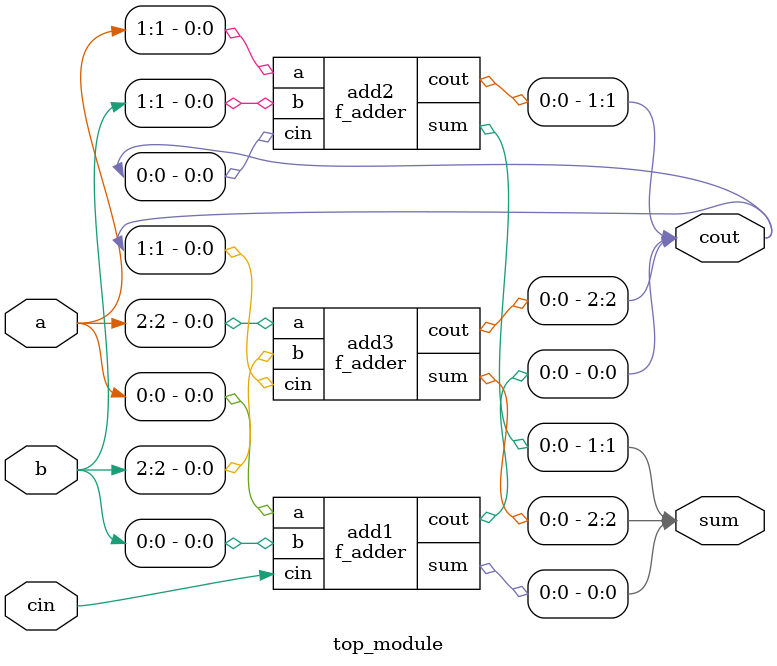
<source format=v>
module f_adder(
    input a, b, cin,
    output cout, sum );

    assign {cout, sum} = a + b + cin;

endmodule

module top_module(
    input [2:0] a, b,
    input cin,
    output [2:0] cout,
    output [2:0] sum );

    f_adder add1(a[0], b[0], cin, cout[0], sum[0]);
    f_adder add2(a[1], b[1], cout[0], cout[1], sum[1]);
    f_adder add3(a[2], b[2], cout[1], cout[2], sum[2]);

endmodule

</source>
